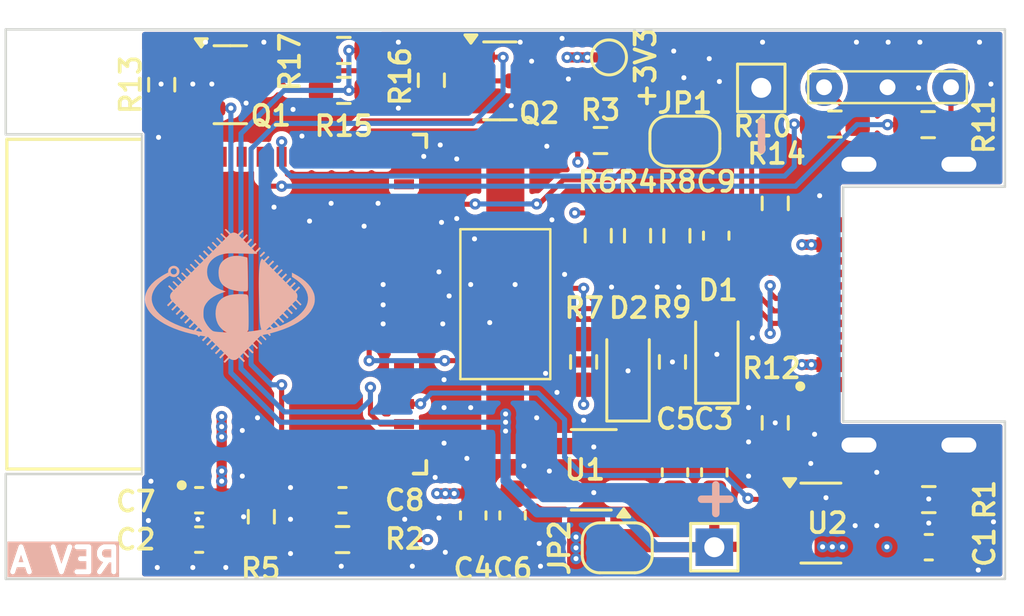
<source format=kicad_pcb>
(kicad_pcb (version 20241229) (generator "pcbnew") (generator_version "9.0")
  (layers (0 "F.Cu" signal) (4 "In1.Cu" signal "GND.Cu") (6 "In2.Cu" signal "3V3.Cu") (2 "B.Cu" signal) (13 "F.Paste" user) (15 "B.Paste" user) (5 "F.SilkS" user "F.Silkscreen") (7 "B.SilkS" user "B.Silkscreen") (1 "F.Mask" user) (3 "B.Mask" user) (25 "Edge.Cuts" user))
  (net 0 "")
  (net 1 "GND")
  (net 2 "VUSB")
  (net 3 "+3V3")
  (net 4 "VBAT")
  (net 5 "Net-(MOD1-EN)")
  (net 6 "SW_CTRL")
  (net 7 "PWR_EN")
  (net 8 "Net-(D2-A)")
  (net 9 "Net-(D3-A-Pad3)")
  (net 10 "Net-(D3-A-Pad1)")
  (net 11 "USB_DP")
  (net 12 "USB_DN")
  (net 13 "Net-(J1-CC1)")
  (net 14 "Net-(J1-CC2)")
  (net 17 "GPIO9")
  (net 18 "GPIO8")
  (net 19 "GPIO2")
  (net 20 "VMON")
  (net 22 "VMON_EN")
  (net 23 "STAT")
  (net 24 "LED_GREEN")
  (net 26 "LED_RED")
  (net 27 "LATCH")
  (net 29 "Net-(Q1-G)")
  (net 30 "Net-(Q1-D)")
  (net 31 "Net-(U2-PROG)")
  (net 32 "Net-(R4-Pad1)")
  (footprint "Capacitor_SMD:C_0603_1608Metric_Pad1.08x0.95mm_HandSolder" (layer "F.Cu") (at -19.7104 -2.54 90)
    (property "Reference" "C6")
    (property "Value" "100nF")
  )
  (footprint "ssb-opto:TH GENERIC LED 3MM DUAL (RED 3D)" (layer "F.Cu") (at -4.699 -19.685)
    (property "Reference" "D3" (hide yes))
    (property "Value" "GREEN/RED")
  )
  (footprint "Jumper:SolderJumper-2_P1.3mm_Open_RoundedPad1.0x1.5mm" (layer "F.Cu") (at -12.812 -17.526 180)
    (property "Reference" "JP1")
    (property "Value" "Jumper_2_Open")
  )
  (footprint "ssb-mechanical-switch:SMD GENERIC 2-PIN 3.6x6x2.5" (layer "F.Cu") (at -20 -11 -90)
    (property "Reference" "SW1" (hide yes))
    (property "Value" "CLEAR" (hide yes))
  )
  (footprint "Package_TO_SOT_SMD:SOT-23" (layer "F.Cu") (at -31.0111 -19.7866)
    (property "Reference" "Q1")
    (property "Value" "IRLML6402")
  )
  (footprint "Capacitor_SMD:C_0603_1608Metric_Pad1.08x0.95mm_HandSolder" (layer "F.Cu") (at -32.258 -1.5748 180)
    (property "Reference" "C2")
    (property "Value" "10uF")
  )
  (footprint "Capacitor_SMD:C_0603_1608Metric_Pad1.08x0.95mm_HandSolder" (layer "F.Cu") (at -11.6332 -4.2672 90)
    (property "Reference" "C3")
    (property "Value" "10uF")
  )
  (footprint "ssb-module-wireless:SMD ESP32-C3-MINI-1-N4" (layer "F.Cu") (at -31.656 -11 90)
    (property "Reference" "MOD1" (hide yes))
    (property "Value" "ESP32-C3-MINI-1-N4" (hide yes))
  )
  (footprint "Resistor_SMD:R_0603_1608Metric_Pad0.98x0.95mm_HandSolder" (layer "F.Cu") (at -14.7066 -13.7414 -90)
    (property "Reference" "R4")
    (property "Value" "1K")
  )
  (footprint "Diode_SMD:D_SOD-323_HandSoldering" (layer "F.Cu") (at -11.5316 -9.0424 90)
    (property "Reference" "D1")
    (property "Value" "1N4148")
  )
  (footprint "Resistor_SMD:R_0603_1608Metric_Pad0.98x0.95mm_HandSolder" (layer "F.Cu") (at -26.4668 -19.558 180)
    (property "Reference" "R15")
    (property "Value" "100K")
  )
  (footprint "Jumper:SolderJumper-2_P1.3mm_Open_RoundedPad1.0x1.5mm" (layer "F.Cu") (at -15.5194 -1.2446)
    (property "Reference" "JP2")
    (property "Value" "Jumper_2_Open")
  )
  (footprint "TestPoint:TestPoint_THTPad_1.5x1.5mm_Drill0.7mm" (layer "F.Cu") (at -9.7536 -19.6596)
    (property "Reference" "TP2" (hide yes))
    (property "Value" "GND")
  )
  (footprint "Resistor_SMD:R_0603_1608Metric_Pad0.98x0.95mm_HandSolder" (layer "F.Cu") (at -9.1948 -15.0349 90)
    (property "Reference" "R14")
    (property "Value" "5K1")
  )
  (footprint "Resistor_SMD:R_0603_1608Metric_Pad0.98x0.95mm_HandSolder" (layer "F.Cu") (at -26.5176 -1.5748)
    (property "Reference" "R2")
    (property "Value" "22K")
  )
  (footprint "Capacitor_SMD:C_0603_1608Metric_Pad1.08x0.95mm_HandSolder" (layer "F.Cu") (at -26.5187 -3.1496 180)
    (property "Reference" "C8")
    (property "Value" "1uF")
  )
  (footprint "Resistor_SMD:R_0603_1608Metric_Pad0.98x0.95mm_HandSolder" (layer "F.Cu") (at -16.8656 -8.6868 -90)
    (property "Reference" "R7")
    (property "Value" "1K")
  )
  (footprint "Resistor_SMD:R_0603_1608Metric_Pad0.98x0.95mm_HandSolder" (layer "F.Cu") (at -22.9616 -19.9644 90)
    (property "Reference" "R16")
    (property "Value" "100K")
  )
  (footprint "Resistor_SMD:R_0603_1608Metric_Pad0.98x0.95mm_HandSolder" (layer "F.Cu") (at -29.7688 -2.4892 90)
    (property "Reference" "R5")
    (property "Value" "10K")
  )
  (footprint "Capacitor_SMD:C_0603_1608Metric_Pad1.08x0.95mm_HandSolder" (layer "F.Cu") (at -11.557 -13.7414 90)
    (property "Reference" "C9")
    (property "Value" "1uF")
  )
  (footprint "Capacitor_SMD:C_0603_1608Metric_Pad1.08x0.95mm_HandSolder" (layer "F.Cu") (at -3.048 -1.27)
    (property "Reference" "C1")
    (property "Value" "4,7uF")
  )
  (footprint "Package_TO_SOT_SMD:SOT-23-5_HandSoldering" (layer "F.Cu") (at -16.4592 -4.3688 180)
    (property "Reference" "U1")
    (property "Value" "TLV75733PDBVR")
  )
  (footprint "Resistor_SMD:R_0603_1608Metric_Pad0.98x0.95mm_HandSolder" (layer "F.Cu") (at -26.4668 -21.1582)
    (property "Reference" "R17")
    (property "Value" "100K")
  )
  (footprint "Package_SO:TSOP-5_1.65x3.05mm_P0.95mm" (layer "F.Cu") (at -7.366 -2.2352)
    (property "Reference" "U2")
    (property "Value" "MCP73831T-2ACI/OT")
  )
  (footprint "Capacitor_SMD:C_0603_1608Metric_Pad1.08x0.95mm_HandSolder" (layer "F.Cu") (at -21.2852 -2.54 -90)
    (property "Reference" "C4")
    (property "Value" "10uF")
  )
  (footprint "Resistor_SMD:R_0603_1608Metric_Pad0.98x0.95mm_HandSolder" (layer "F.Cu") (at -6.8072 -18.2118)
    (property "Reference" "R10")
    (property "Value" "3K3")
  )
  (footprint "Capacitor_SMD:C_0603_1608Metric_Pad1.08x0.95mm_HandSolder" (layer "F.Cu") (at -13.208 -4.2672 -90)
    (property "Reference" "C5")
    (property "Value" "100nF")
  )
  (footprint "Resistor_SMD:R_0603_1608Metric_Pad0.98x0.95mm_HandSolder" (layer "F.Cu") (at -33.7566 -19.7866 -90)
    (property "Reference" "R13")
    (property "Value" "100K")
  )
  (footprint "Resistor_SMD:R_0603_1608Metric_Pad0.98x0.95mm_HandSolder" (layer "F.Cu") (at -13.3096 -8.6868 90)
    (property "Reference" "R9")
    (property "Value" "1M")
  )
  (footprint "Resistor_SMD:R_0603_1608Metric_Pad0.98x0.95mm_HandSolder" (layer "F.Cu") (at -16.1902 -17.5514)
    (property "Reference" "R3")
    (property "Value" "10K")
  )
  (footprint "Resistor_SMD:R_0603_1608Metric_Pad0.98x0.95mm_HandSolder" (layer "F.Cu") (at -9.1948 -6.2484 90)
    (property "Reference" "R12")
    (property "Value" "5K1")
  )
  (footprint "TestPoint:TestPoint_Pad_D1.0mm" (layer "F.Cu") (at -15.8496 -20.8788)
    (property "Reference" "TP3" (hide yes))
    (property "Value" "TP-ROUND-SMD-2MM")
  )
  (footprint "Resistor_SMD:R_0603_1608Metric_Pad0.98x0.95mm_HandSolder" (layer "F.Cu") (at -16.2814 -13.7414 -90)
    (property "Reference" "R6")
    (property "Value" "10K")
  )
  (footprint "TestPoint:TestPoint_THTPad_1.5x1.5mm_Drill0.7mm" (layer "F.Cu") (at -11.6332 -1.27)
    (property "Reference" "TP1" (hide yes))
    (property "Value" "VBAT")
  )
  (footprint "Capacitor_SMD:C_0603_1608Metric_Pad1.08x0.95mm_HandSolder" (layer "F.Cu") (at -32.258 -3.1496 180)
    (property "Reference" "C7")
    (property "Value" "100nF")
  )
  (footprint "Diode_SMD:D_SOD-323_HandSoldering" (layer "F.Cu") (at -15.0876 -8.3312 90)
    (property "Reference" "D2")
    (property "Value" "1N4148")
  )
  (footprint "Package_TO_SOT_SMD:SOT-23" (layer "F.Cu") (at -20.2161 -19.939)
    (property "Reference" "Q2")
    (property "Value" "IRLML0030")
  )
  (footprint "Resistor_SMD:R_0603_1608Metric_Pad0.98x0.95mm_HandSolder" (layer "F.Cu") (at -3.0734 -18.1864 180)
    (property "Reference" "R11")
    (property "Value" "3K3")
  )
  (footprint "Resistor_SMD:R_0603_1608Metric_Pad0.98x0.95mm_HandSolder" (layer "F.Cu") (at -3.048 -3.175 180)
    (property "Reference" "R1")
    (property "Value" "47K")
  )
  (footprint "Resistor_SMD:R_0603_1608Metric_Pad0.98x0.95mm_HandSolder" (layer "F.Cu") (at -13.1318 -13.7395 90)
    (property "Reference" "R8")
    (property "Value" "10K")
  )
  (footprint "ssb-mechanical-connector:SMD USB4520-03-1-A" (layer "F.Cu") (at -3.302 -11 90)
    (property "Reference" "J1" (hide yes))
    (property "Value" "USB4520-03-1-A" (hide yes))
  )
  (footprint "LOGO" (layer "B.Cu") (at -31.242 -11.176 180)
    (property "Reference" "G***" (hide yes))
    (property "Value" "LOGO" (hide yes))
  )
  (gr_line (start -23.1648 -17.79) (end -23.1648 -17.282) (stroke (width 0.15)) (layer "F.SilkS"))
  (gr_line (start -23.1648 -4.2164) (end -23.6728 -4.2164) (stroke (width 0.15)) (layer "F.SilkS"))
  (gr_line (start -23.1648 -4.2164) (end -23.1648 -4.7244) (stroke (width 0.15)) (layer "F.SilkS"))
  (gr_line (start -23.1648 -17.79) (end -23.6728 -17.79) (stroke (width 0.15)) (layer "F.SilkS"))
  (gr_line (start 0 0) (end 0 -6.3) (stroke (width 0.1)) (layer "Edge.Cuts"))
  (gr_line (start 0 -6.3) (end -6.477 -6.3) (stroke (width 0.1)) (layer "Edge.Cuts"))
  (gr_line (start -6.477 -15.7) (end -6.477 -6.3) (stroke (width 0.1)) (layer "Edge.Cuts"))
  (gr_line (start 0 -22) (end 0 -15.7) (stroke (width 0.1)) (layer "Edge.Cuts"))
  (gr_line (start -40 -17.8) (end -40 -22) (stroke (width 0.1)) (layer "Edge.Cuts"))
  (gr_line (start 0 -22) (end -40 -22) (stroke (width 0.1)) (layer "Edge.Cuts"))
  (gr_line (start -40 -17.8) (end -34.544 -17.8) (stroke (width 0.1)) (layer "Edge.Cuts"))
  (gr_line (start -40 -4.2) (end -34.544 -4.2) (stroke (width 0.1)) (layer "Edge.Cuts"))
  (gr_line (start -40 0) (end -40 -4.2) (stroke (width 0.1)) (layer "Edge.Cuts"))
  (gr_line (start -34.544 -17.8) (end -34.544 -4.2) (stroke (width 0.1)) (layer "Edge.Cuts"))
  (gr_line (start 0 0) (end -40 0) (stroke (width 0.1)) (layer "Edge.Cuts"))
  (gr_line (start 0 -15.7) (end -6.477 -15.7) (stroke (width 0.1)) (layer "Edge.Cuts"))
  (gr_text "+3V3" (at -13.9192 -18.7452 90) (layer "F.SilkS") (effects (font (size 0.8 0.8) (thickness 0.15) (bold yes)) (justify left bottom)))
  (gr_text "REV A" (at -35.306 -0.1524 0) (layer "B.SilkS" knockout) (effects (font (size 1 1) (thickness 0.2) (bold yes)) (justify left bottom mirror)))
  (gr_text "+" (at -12.7 -3.9624 180) (layer "B.SilkS") (effects (font (size 1.5 1.5) (thickness 0.3) (bold yes)) (justify left bottom mirror)))
  (gr_text "-" (at -10.5156 -16.6116 270) (layer "B.SilkS") (effects (font (size 1.5 1.5) (thickness 0.3) (bold yes)) (justify left bottom mirror)))
  (via (at -25.654 -14.1224) (size 0.45) (drill 0.2) (layers "F.Cu" "B.Cu") (net 1))
  (via (at -29.9212 -6.4516) (size 0.45) (drill 0.2) (layers "F.Cu" "B.Cu") (net 1))
  (via (at -34.29 -2.3368) (size 0.45) (drill 0.2) (layers "F.Cu" "B.Cu") (net 1))
  (via (at -17.9324 -7.4676) (size 0.45) (drill 0.2) (layers "F.Cu" "B.Cu") (net 1))
  (via (at -5.9436 -21.4884) (size 0.45) (drill 0.2) (layers "F.Cu" "B.Cu") (net 1))
  (via (at -21.3868 -11.7856) (size 0.45) (drill 0.2) (layers "F.Cu" "B.Cu") (net 1))
  (via (at -13.2588 -21.1328) (size 0.45) (drill 0.2) (layers "F.Cu" "B.Cu") (net 1))
  (via (at -23.7236 -0.508) (size 0.45) (drill 0.2) (layers "F.Cu" "B.Cu") (net 1))
  (via (at -19.7612 -18.9484) (size 0.45) (drill 0.2) (layers "F.Cu" "B.Cu") (net 1))
  (via (at -3.4544 -19.6596) (size 0.45) (drill 0.2) (layers "F.Cu" "B.Cu") (net 1))
  (via (at -22.2504 -11.3284) (size 0.45) (drill 0.2) (layers "F.Cu" "B.Cu") (net 1))
  (via (at -22.6568 -2.4384) (size 0.45) (drill 0.2) (layers "F.Cu" "B.Cu") (net 1))
  (via (at -21.2344 -13.6144) (size 0.45) (drill 0.2) (layers "F.Cu" "B.Cu") (net 1))
  (via (at -18.1356 -14.3764) (size 0.45) (drill 0.2) (layers "F.Cu" "B.Cu") (net 1))
  (via (at -7.4168 -15.3416) (size 0.45) (drill 0.2) (layers "F.Cu" "B.Cu") (net 1))
  (via (at -30.3784 -19.05) (size 0.45) (drill 0.2) (layers "F.Cu" "B.Cu") (net 1))
  (via (at -20.6248 -10.2616) (size 0.45) (drill 0.2) (layers "F.Cu" "B.Cu") (net 1))
  (via (at -22.4536 -7.9756) (size 0.45) (drill 0.2) (layers "F.Cu" "B.Cu") (net 1))
  (via (at -28.6004 -2.3876) (size 0.45) (drill 0.2) (layers "F.Cu" "B.Cu") (net 1))
  (via (at -28.4988 -18.796) (size 0.45) (drill 0.2) (layers "F.Cu" "B.Cu") (net 1))
  (via (at -19.6088 -11.7856) (size 0.45) (drill 0.2) (layers "F.Cu" "B.Cu") (net 1))
  (via (at -24.892 -10.9728) (size 0.45) (drill 0.2) (layers "F.Cu" "B.Cu") (net 1))
  (via (at -31.75 -19.812) (size 0.45) (drill 0.2) (layers "F.Cu" "B.Cu") (net 1))
  (via (at -11.43 -19.9136) (size 0.45) (drill 0.2) (layers "F.Cu" "B.Cu") (net 1))
  (via (at -17.4752 -20.0152) (size 0.45) (drill 0.2) (layers "F.Cu" "B.Cu") (net 1))
  (via (at -18.3388 -17.3228) (size 0.45) (drill 0.2) (layers "F.Cu" "B.Cu") (net 1))
  (via (at -18.9484 -20.7264) (size 0.45) (drill 0.2) (layers "F.Cu" "B.Cu") (net 1))
  (via (at -15.748 -11.684) (size 0.45) (drill 0.2) (layers "F.Cu" "B.Cu") (net 1))
  (via (at -22.4028 -1.0668) (size 0.45) (drill 0.2) (layers "F.Cu" "B.Cu") (net 1))
  (via (at -27.8384 -14.3256) (size 0.45) (drill 0.2) (layers "F.Cu" "B.Cu") (net 1))
  (via (at -7.62 -5.7912) (size 0.45) (drill 0.2) (layers "F.Cu" "B.Cu") (net 1))
  (via (at -18.7452 -6.4516) (size 0.45) (drill 0.2) (layers "F.Cu" "B.Cu") (net 1))
  (via (at -21.5392 -4.826) (size 0.45) (drill 0.2) (layers "F.Cu" "B.Cu") (net 1))
  (via (at -33.9344 -0.4572) (size 0.45) (drill 0.2) (layers "F.Cu" "B.Cu") (net 1))
  (via (at -5.1308 -2.1336) (size 0.45) (drill 0.2) (layers "F.Cu" "B.Cu") (net 1))
  (via (at -30.5308 -4.1148) (size 0.45) (drill 0.2) (layers "F.Cu" "B.Cu") (net 1))
  (via (at -10.2616 -6.858) (size 0.45) (drill 0.2) (layers "F.Cu" "B.Cu") (net 1))
  (via (at -0.5588 -19.812) (size 0.45) (drill 0.2) (layers "F.Cu" "B.Cu") (net 1))
  (via (at -26.5684 -0.508) (size 0.45) (drill 0.2) (layers "F.Cu" "B.Cu") (net 1))
  (via (at -18.6436 -1.4224) (size 0.45) (drill 0.2) (layers "F.Cu" "B.Cu") (net 1))
  (via (at -24.2824 -18.8468) (size 0.45) (drill 0.2) (layers "F.Cu" "B.Cu") (net 1))
  (via (at -18.2372 -4.318) (size 0.45) (drill 0.2) (layers "F.Cu" "B.Cu") (net 1))
  (via (at -25.0952 -15.0368) (size 0.45) (drill 0.2) (layers "F.Cu" "B.Cu") (net 1))
  (via (at -3.4036 -21.4884) (size 0.45) (drill 0.2) (layers "F.Cu" "B.Cu") (net 1))
  (via (at -17.6276 -12.192) (size 0.45) (drill 0.2) (layers "F.Cu" "B.Cu") (net 1))
  (via (at -0.4572 -2.286) (size 0.45) (drill 0.2) (layers "F.Cu" "B.Cu") (net 1))
  (via (at -30.5308 -5.9436) (size 0.45) (drill 0.2) (layers "F.Cu" "B.Cu") (net 1))
  (via (at -16.4592 -5.2832) (size 0.45) (drill 0.2) (layers "F.Cu" "B.Cu") (net 1))
  (via (at -10.1092 -9.652) (size 0.45) (drill 0.2) (layers "F.Cu" "B.Cu") (net 1))
  (via (at -29.6672 -21.4884) (size 0.45) (drill 0.2) (layers "F.Cu" "B.Cu") (net 1))
  (via (at -10.2616 -5.4864) (size 0.45) (drill 0.2) (layers "F.Cu" "B.Cu") (net 1))
  (via (at -13.3096 -8.6868) (size 0.45) (drill 0.2) (layers "F.Cu" "B.Cu") (net 1))
  (via (at -33.782 -19.812) (size 0.45) (drill 0.2) (layers "F.Cu" "B.Cu") (net 1))
  (via (at -1.016 -21.4884) (size 0.45) (drill 0.2) (layers "F.Cu" "B.Cu") (net 1))
  (via (at -22.5552 -14.2748) (size 0.45) (drill 0.2) (layers "F.Cu" "B.Cu") (net 1))
  (via (at -1.0668 -0.3556) (size 0.45) (drill 0.2) (layers "F.Cu" "B.Cu") (net 1))
  (via (at -5.1308 -4.2672) (size 0.45) (drill 0.2) (layers "F.Cu" "B.Cu") (net 1))
  (via (at -26.9748 -15.0368) (size 0.45) (drill 0.2) (layers "F.Cu" "B.Cu") (net 1))
  (via (at -22.4536 -5.4356) (size 0.45) (drill 0.2) (layers "F.Cu" "B.Cu") (net 1))
  (via (at -34.1884 -3.9116) (size 0.45) (drill 0.2) (layers "F.Cu" "B.Cu") (net 1))
  (via (at -28.6004 -1.016) (size 0.45) (drill 0.2) (layers "F.Cu" "B.Cu") (net 1))
  (via (at -30.48 -2.4892) (size 0.45) (drill 0.2) (layers "F.Cu" "B.Cu") (net 1))
  (via (at -22.8092 -4.064) (size 0.45) (drill 0.2) (layers "F.Cu" "B.Cu") (net 1))
  (via (at -9.1948 -6.2484) (size 0.45) (drill 0.2) (layers "F.Cu" "B.Cu") (net 1))
  (via (at -22.5044 -10.2108) (size 0.45) (drill 0.2) (layers "F.Cu" "B.Cu") (net 1))
  (via (at -15.0876 -8.3312) (size 0.45) (drill 0.2) (layers "F.Cu" "B.Cu") (net 1))
  (via (at -4.6736 -21.4884) (size 0.45) (drill 0.2) (layers "F.Cu" "B.Cu") (net 1))
  (via (at -24.892 -10.2108) (size 0.45) (drill 0.2) (layers "F.Cu" "B.Cu") (net 1))
  (via (at -19.4056 -21.4884) (size 0.45) (drill 0.2) (layers "F.Cu" "B.Cu") (net 1))
  (via (at -17.7292 -21.6408) (size 0.45) (drill 0.2) (layers "F.Cu" "B.Cu") (net 1))
  (via (at -24.2824 -21.4884) (size 0.45) (drill 0.2) (layers "F.Cu" "B.Cu") (net 1))
  (via (at -3.048 -2.2352) (size 0.45) (drill 0.2) (layers "F.Cu" "B.Cu") (net 1))
  (via (at -28.1432 -17.7292) (size 0.45) (drill 0.2) (layers "F.Cu" "B.Cu") (net 1))
  (via (at -7.7724 -4.6228) (size 0.45) (drill 0.2) (layers "F.Cu" "B.Cu") (net 1))
  (via (at -22.606 -17.3736) (size 0.45) (drill 0.2) (layers "F.Cu" "B.Cu") (net 1))
  (via (at -3.048 -3.2004) (size 0.45) (drill 0.2) (layers "F.Cu" "B.Cu") (net 1))
  (via (at -13.9192 -11.684) (size 0.45) (drill 0.2) (layers "F.Cu" "B.Cu") (net 1))
  (via (at -18.5928 -0.508) (size 0.45) (drill 0.2) (layers "F.Cu" "B.Cu") (net 1))
  (via (at -29.2608 -14.8844) (size 0.45) (drill 0.2) (layers "F.Cu" "B.Cu") (net 1))
  (via (at -7.1628 -3.2512) (size 0.45) (drill 0.2) (layers "F.Cu" "B.Cu") (net 1))
  (via (at -5.9944 -2.1336) (size 0.45) (drill 0.2) (layers "F.Cu" "B.Cu") (net 1))
  (via (at -21.9456 -14.4272) (size 0.45) (drill 0.2) (layers "F.Cu" "B.Cu") (net 1))
  (via (at -18.3896 -8.2296) (size 0.45) (drill 0.2) (layers "F.Cu" "B.Cu") (net 1))
  (via (at -12.8524 -20.066) (size 0.45) (drill 0.2) (layers "F.Cu" "B.Cu") (net 1))
  (via (at -24.892 -11.7856) (size 0.45) (drill 0.2) (layers "F.Cu" "B.Cu") (net 1))
  (via (at -28.6004 -3.6576) (size 0.45) (drill 0.2) (layers "F.Cu" "B.Cu") (net 1))
  (via (at -24.0284 -2.3876) (size 0.45) (drill 0.2) (layers "F.Cu" "B.Cu") (net 1))
  (via (at -22.6568 -12.2936) (size 0.45) (drill 0.2) (layers "F.Cu" "B.Cu") (net 1))
  (via (at -11.8364 -20.828) (size 0.45) (drill 0.2) (layers "F.Cu" "B.Cu") (net 1))
  (via (at -21.9456 -16.8148) (size 0.45) (drill 0.2) (layers "F.Cu" "B.Cu") (net 1))
  (via (at -21.3868 -6.858) (size 0.45) (drill 0.2) (layers "F.Cu" "B.Cu") (net 1))
  (via (at -33.8836 -17.6784) (size 0.45) (drill 0.2) (layers "F.Cu" "B.Cu") (net 1))
  (via (at -11.5316 -8.9916) (size 0.45) (drill 0.2) (layers "F.Cu" "B.Cu") (net 1))
  (via (at -23.2664 -16.9164) (size 0.45) (drill 0.2) (layers "F.Cu" "B.Cu") (net 1))
  (via (at -16.8656 -6.35) (size 0.45) (drill 0.2) (layers "F.Cu" "B.Cu") (net 1))
  (via (at -10.2616 -4.1148) (size 0.45) (drill 0.2) (layers "F.Cu" "B.Cu") (net 1))
  (via (at -32.512 -0.4572) (size 0.45) (drill 0.2) (layers "F.Cu" "B.Cu") (net 1))
  (via (at -32.004 -21.4884) (size 0.45) (drill 0.2) (layers "F.Cu" "B.Cu") (net 1))
  (via (at -32.512 -19.812) (size 0.45) (drill 0.2) (layers "F.Cu" "B.Cu") (net 1))
  (via (at -32.3088 -2.3876) (size 0.45) (drill 0.2) (layers "F.Cu" "B.Cu") (net 1))
  (via (at -19.2532 -4.5212) (size 0.45) (drill 0.2) (layers "F.Cu" "B.Cu") (net 1))
  (via (at -16.4592 -3.4544) (size 0.45) (drill 0.2) (layers "F.Cu" "B.Cu") (net 1))
  (via (at -9.7028 -21.4884) (size 0.45) (drill 0.2) (layers "F.Cu" "B.Cu") (net 1))
  (via (at -13.0556 -11.684) (size 0.45) (drill 0.2) (layers "F.Cu" "B.Cu") (net 1))
  (via (at -22.4536 -6.858) (size 0.45) (drill 0.2) (layers "F.Cu" "B.Cu") (net 1))
  (via (at -31.1912 -0.4572) (size 0.45) (drill 0.2) (layers "F.Cu" "B.Cu") (net 1))
  (segment (start -7.747 -13.38) (end -8.128 -13.38) (width 0.4064) (layer "F.Cu") (net 2))
  (segment (start -6.992 -8.58) (end -7.747 -8.58) (width 0.4064) (layer "F.Cu") (net 2))
  (segment (start -3.9257 -1.2852) (end -3.9105 -1.27) (width 0.4064) (layer "F.Cu") (net 2))
  (segment (start -7.747 -8.58) (end -8.128 -8.58) (width 0.4064) (layer "F.Cu") (net 2))
  (segment (start -6.992 -13.38) (end -7.747 -13.38) (width 0.4064) (layer "F.Cu") (net 2))
  (segment (start -4.7244 -1.2852) (end -3.9257 -1.2852) (width 0.4064) (layer "F.Cu") (net 2))
  (via (at -8.128 -13.38) (size 0.45) (drill 0.2) (layers "F.Cu" "B.Cu") (net 2))
  (via (at -6.5024 -1.2852) (size 0.45) (drill 0.2) (layers "F.Cu" "B.Cu") (net 2))
  (via (at -7.747 -13.38) (size 0.45) (drill 0.2) (layers "F.Cu" "B.Cu") (net 2))
  (via (at -8.128 -8.58) (size 0.45) (drill 0.2) (layers "F.Cu" "B.Cu") (net 2))
  (via (at -7.747 -8.58) (size 0.45) (drill 0.2) (layers "F.Cu" "B.Cu") (net 2))
  (via (at -17.1704 -0.8128) (size 0.45) (drill 0.2) (layers "F.Cu" "B.Cu") (net 2))
  (via (at -17.1704 -1.6764) (size 0.45) (drill 0.2) (layers "F.Cu" "B.Cu") (net 2))
  (via (at -4.7244 -1.2852) (size 0.45) (drill 0.2) (layers "F.Cu" "B.Cu") (net 2))
  (via (at -7.3 -1.2852) (size 0.45) (drill 0.2) (layers "F.Cu" "B.Cu") (net 2))
  (via (at -17.1704 -1.2446) (size 0.45) (drill 0.2) (layers "F.Cu" "B.Cu") (net 2))
  (via (at -6.9088 -1.2852) (size 0.45) (drill 0.2) (layers "F.Cu" "B.Cu") (net 2))
  (segment (start -20.5232 -3.4188) (end -21.2689 -3.4188) (width 0.4064) (layer "F.Cu") (net 3))
  (segment (start -31.356 -6.096) (end -31.356 -6.5024) (width 0.4064) (layer "F.Cu") (net 3))
  (segment (start -25.6051 -1.5748) (end -23.114 -1.5748) (width 0.2032) (layer "F.Cu") (net 3))
  (segment (start -16.7132 -20.8788) (end -17.1196 -20.8788) (width 0.4064) (layer "F.Cu") (net 3))
  (segment (start -17.1196 -20.8788) (end -17.526 -20.8788) (width 0.4064) (layer "F.Cu") (net 3))
  (segment (start -20.5232 -3.4188) (end -22.0472 -3.4188) (width 0.4064) (layer "F.Cu") (net 3))
  (segment (start -29.7688 -1.5767) (end -31.3936 -1.5767) (width 0.2032) (layer "F.Cu") (net 3))
  (segment (start -22.0472 -3.4188) (end -22.4028 -3.4188) (width 0.4064) (layer "F.Cu") (net 3))
  (segment (start -31.356 -3.9116) (end -31.356 -1.6143) (width 0.4064) (layer "F.Cu") (net 3))
  (segment (start -17.8092 -3.4188) (end -20.5232 -3.4188) (width 0.4064) (layer "F.Cu") (net 3))
  (segment (start -31.356 -4.318) (end -31.356 -3.9116) (width 0.4064) (layer "F.Cu") (net 3))
  (segment (start -31.3936 -1.5767) (end -31.3955 -1.5748) (width 0.4064) (layer "F.Cu") (net 3))
  (segment (start -15.8496 -20.8788) (end -16.7132 -20.8788) (width 0.4064) (layer "F.Cu") (net 3))
  (segment (start -17.1027 -17.5514) (end -17.1027 -16.6963) (width 0.2032) (layer "F.Cu") (net 3))
  (segment (start -31.356 -5.6896) (end -31.356 -6.096) (width 0.4064) (layer "F.Cu") (net 3))
  (segment (start -16.2814 -14.6539) (end -17.2193 -14.6539) (width 0.2032) (layer "F.Cu") (net 3))
  (segment (start -17.1027 -16.6963) (end -17.0942 -16.6878) (width 0.2032) (layer "F.Cu") (net 3))
  (segment (start -29.7707 -1.5748) (end -29.7688 -1.5767) (width 0.4064) (layer "F.Cu") (net 3))
  (segment (start -31.356 -1.6143) (end -31.3955 -1.5748) (width 0.4064) (layer "F.Cu") (net 3))
  (segment (start -31.356 -5.1) (end -31.356 -4.318) (width 0.4064) (layer "F.Cu") (net 3))
  (segment (start -21.2689 -3.4188) (end -21.2852 -3.4025) (width 0.4064) (layer "F.Cu") (net 3))
  (segment (start -31.356 -5.1) (end -31.356 -5.6896) (width 0.4064) (layer "F.Cu") (net 3))
  (segment (start -22.4028 -3.4188) (end -22.7432 -3.4188) (width 0.4064) (layer "F.Cu") (net 3))
  (via (at -17.0942 -16.6878) (size 0.45) (drill 0.2) (layers "F.Cu" "B.Cu") (net 3))
  (via (at -16.7132 -20.8788) (size 0.45) (drill 0.2) (layers "F.Cu" "B.Cu") (net 3))
  (via (at -22.0472 -3.4188) (size 0.45) (drill 0.2) (layers "F.Cu" "B.Cu") (net 3))
  (via (at -17.1196 -20.8788) (size 0.45) (drill 0.2) (layers "F.Cu" "B.Cu") (net 3))
  (via (at -31.356 -6.096) (size 0.45) (drill 0.2) (layers "F.Cu" "B.Cu") (net 3))
  (via (at -17.526 -20.8788) (size 0.45) (drill 0.2) (layers "F.Cu" "B.Cu") (net 3))
  (via (at -22.4028 -3.4188) (size 0.45) (drill 0.2) (layers "F.Cu" "B.Cu") (net 3))
  (via (at -31.356 -4.318) (size 0.45) (drill 0.2) (layers "F.Cu" "B.Cu") (net 3))
  (via (at -17.2193 -14.6539) (size 0.45) (drill 0.2) (layers "F.Cu" "B.Cu") (net 3))
  (via (at -31.356 -3.9116) (size 0.45) (drill 0.2) (layers "F.Cu" "B.Cu") (net 3))
  (via (at -31.356 -6.5024) (size 0.45) (drill 0.2) (layers "F.Cu" "B.Cu") (net 3))
  (via (at -31.356 -5.6896) (size 0.45) (drill 0.2) (layers "F.Cu" "B.Cu") (net 3))
  (via (at -22.7432 -3.4188) (size 0.45) (drill 0.2) (layers "F.Cu" "B.Cu") (net 3))
  (via (at -23.114 -1.5748) (size 0.45) (drill 0.2) (layers "F.Cu" "B.Cu") (net 3))
  (segment (start -11.6332 -3.4047) (end -11.6332 -1.27) (width 0.4064) (layer "F.Cu") (net 4))
  (segment (start -11.6332 -1.27) (end -14.844 -1.27) (width 0.4064) (layer "F.Cu") (net 4))
  (segment (start -9.116 -1.2852) (end -11.618 -1.2852) (width 0.4064) (layer "F.Cu") (net 4))
  (segment (start -30.9982 -18.8366) (end -30.988 -18.8468) (width 0.2032) (layer "F.Cu") (net 4))
  (segment (start -31.9486 -18.8366) (end -33.7191 -18.8366) (width 0.2032) (layer "F.Cu") (net 4))
  (segment (start -33.7191 -18.8366) (end -33.7566 -18.8741) (width 0.2032) (layer "F.Cu") (net 4))
  (segment (start -11.6473 -3.4188) (end -11.6332 -3.4047) (width 0.4064) (layer "F.Cu") (net 4))
  (segment (start -31.9486 -18.8366) (end -30.9982 -18.8366) (width 0.2032) (layer "F.Cu") (net 4))
  (segment (start -11.618 -1.2852) (end -11.6332 -1.27) (width 0.4064) (layer "F.Cu") (net 4))
  (segment (start -15.1092 -3.4188) (end -11.6473 -3.4188) (width 0.4064) (layer "F.Cu") (net 4))
  (segment (start -14.844 -1.27) (end -14.8694 -1.2446) (width 0.4064) (layer "F.Cu") (net 4))
  (via (at -19.9898 -6.604) (size 0.45) (drill 0.2) (layers "F.Cu" "B.Cu") (net 4))
  (via (at -30.988 -18.8468) (size 0.45) (drill 0.2) (layers "F.Cu" "B.Cu") (net 4))
  (via (at -19.9898 -5.9182) (size 0.45) (drill 0.2) (layers "F.Cu" "B.Cu") (net 4))
  (via (at -19.9898 -6.2738) (size 0.45) (drill 0.2) (layers "F.Cu" "B.Cu") (net 4))
  (segment (start -30.988 -18.8468) (end -30.988 -8.255) (width 0.2032) (layer "B.Cu") (net 4))
  (segment (start -19.9898 -5.9182) (end -19.9898 -6.2738) (width 0.4064) (layer "B.Cu") (net 4))
  (segment (start -18.7198 -2.667) (end -19.9898 -3.937) (width 0.4064) (layer "B.Cu") (net 4))
  (segment (start -29.0068 -6.2738) (end -19.9898 -6.2738) (width 0.2032) (layer "B.Cu") (net 4))
  (segment (start -11.6332 -1.27) (end -13.97 -1.27) (width 0.4064) (layer "B.Cu") (net 4))
  (segment (start -15.367 -2.667) (end -18.7198 -2.667) (width 0.4064) (layer "B.Cu") (net 4))
  (segment (start -13.97 -1.27) (end -15.367 -2.667) (width 0.4064) (layer "B.Cu") (net 4))
  (segment (start -19.9898 -6.2738) (end -19.9898 -6.604) (width 0.4064) (layer "B.Cu") (net 4))
  (segment (start -30.988 -8.255) (end -29.0068 -6.2738) (width 0.2032) (layer "B.Cu") (net 4))
  (segment (start -19.9898 -3.937) (end -19.9898 -5.9182) (width 0.4064) (layer "B.Cu") (net 4))
  (segment (start -27.4301 -1.5748) (end -27.4301 -3.1007) (width 0.2032) (layer "F.Cu") (net 5))
  (segment (start -27.4301 -3.1007) (end -27.3812 -3.1496) (width 0.2032) (layer "F.Cu") (net 5))
  (segment (start -27.356 -3.1748) (end -27.3812 -3.1496) (width 0.2032) (layer "F.Cu") (net 5))
  (segment (start -27.356 -5.1) (end -27.356 -3.1748) (width 0.2032) (layer "F.Cu") (net 5))
  (segment (start -15.1638 -10.8204) (end -17.653 -10.8204) (width 0.2032) (layer "F.Cu") (net 6))
  (segment (start -24.056 -13.4) (end -24.8524 -13.4) (width 0.2032) (layer "F.Cu") (net 6))
  (segment (start -11.557 -12.8789) (end -13.0799 -12.8789) (width 0.2032) (layer "F.Cu") (net 6))
  (segment (start -25.4508 -12.8016) (end -25.4508 -8.7376) (width 0.2032) (layer "F.Cu") (net 6))
  (segment (start -15.0876 -10.8966) (end -15.1638 -10.8204) (width 0.2032) (layer "F.Cu") (net 6))
  (segment (start -13.0799 -12.8789) (end -13.1318 -12.827) (width 0.2032) (layer "F.Cu") (net 6))
  (segment (start -14.7066 -12.8289) (end -14.7066 -11.2776) (width 0.2032) (layer "F.Cu") (net 6))
  (segment (start -14.7047 -12.827) (end -14.7066 -12.8289) (width 0.2032) (layer "F.Cu") (net 6))
  (segment (start -14.7066 -11.2776) (end -15.0876 -10.8966) (width 0.2032) (layer "F.Cu") (net 6))
  (segment (start -18.2372 -10.2362) (end -18.2372 -9.5504) (width 0.2032) (layer "F.Cu") (net 6))
  (segment (start -25.2476 -13.0048) (end -25.4508 -12.8016) (width 0.2032) (layer "F.Cu") (net 6))
  (segment (start -19.05 -8.7376) (end -22.4282 -8.7376) (width 0.2032) (layer "F.Cu") (net 6))
  (segment (start -11.5316 -12.3444) (end -11.5316 -10.2924) (width 0.2032) (layer "F.Cu") (net 6))
  (segment (start -18.2372 -9.5504) (end -19.05 -8.7376) (width 0.2032) (layer "F.Cu") (net 6))
  (segment (start -17.653 -10.8204) (end -18.2372 -10.2362) (width 0.2032) (layer "F.Cu") (net 6))
  (segment (start -24.8524 -13.4) (end -25.2476 -13.0048) (width 0.2032) (layer "F.Cu") (net 6))
  (segment (start -13.1318 -12.827) (end -14.7047 -12.827) (width 0.2032) (layer "F.Cu") (net 6))
  (via (at -25.4508 -8.7376) (size 0.45) (drill 0.2) (layers "F.Cu" "B.Cu") (net 6))
  (via (at -22.4282 -8.7376) (size 0.45) (drill 0.2) (layers "F.Cu" "B.Cu") (net 6))
  (segment (start -22.4282 -8.7376) (end -25.4508 -8.7376) (width 0.2032) (layer "B.Cu") (net 6))
  (segment (start -11.5497 -7.7743) (end -11.5316 -7.7924) (width 0.2032) (layer "F.Cu") (net 7))
  (segment (start -15.1092 -5.3188) (end -15.1092 -7.0596) (width 0.2032) (layer "F.Cu") (net 7))
  (segment (start -13.3096 -7.7743) (end -14.3945 -7.7743) (width 0.2032) (layer "F.Cu") (net 7))
  (segment (start -14.3945 -7.7743) (end -15.0876 -7.0812) (width 0.2032) (layer "F.Cu") (net 7))
  (segment (start -15.1092 -7.0596) (end -15.0876 -7.0812) (width 0.2032) (layer "F.Cu") (net 7))
  (segment (start -13.3096 -7.7743) (end -11.5497 -7.7743) (width 0.2032) (layer "F.Cu") (net 7))
  (segment (start -15.1057 -9.5993) (end -15.0876 -9.5812) (width 0.2032) (layer "F.Cu") (net 8))
  (segment (start -16.8656 -9.5993) (end -15.1057 -9.5993) (width 0.2032) (layer "F.Cu") (net 8))
  (segment (start -2.159 -18.1883) (end -2.1609 -18.1864) (width 0.2032) (layer "F.Cu") (net 9))
  (segment (start -2.159 -19.685) (end -2.159 -18.1883) (width 0.2032) (layer "F.Cu") (net 9))
  (segment (start -5.8947 -18.3407) (end -7.239 -19.685) (width 0.2032) (layer "F.Cu") (net 10))
  (segment (start -5.8947 -18.2118) (end -5.8947 -18.3407) (width 0.2032) (layer "F.Cu") (net 10))
  (segment (start -26.556 -16.9) (end -26.556 -17.5032) (width 0.2032) (layer "F.Cu") (net 11))
  (segment (start -26.556 -17.5032) (end -25.7226 -18.3366) (width 0.2032) (layer "F.Cu") (net 11))
  (segment (start -9.243402 -10.73) (end -6.992 -10.73) (width 0.2) (layer "F.Cu") (net 11))
  (segment (start -10.1382 -11.624798) (end -9.243402 -10.73) (width 0.2) (layer "F.Cu") (net 11))
  (segment (start -17.947426 -19.4832) (end -12.0156 -19.4832) (width 0.2032) (layer "F.Cu") (net 11))
  (segment (start -10.1382 -12.954) (end -10.1382 -11.624798) (width 0.2) (layer "F.Cu") (net 11))
  (segment (start -8.4328 -12.2428) (end -9.427 -12.2428) (width 0.2032) (layer "F.Cu") (net 11))
  (segment (start -25.7226 -18.3366) (end -19.094026 -18.3366) (width 0.2032) (layer "F.Cu") (net 11))
  (segment (start -9.427 -12.2428) (end -10.1382 -12.954) (width 0.2032) (layer "F.Cu") (net 11))
  (segment (start -11.864436 -19.4816) (end -10.186069 -17.803233) (width 0.2032) (layer "F.Cu") (net 11))
  (segment (start -19.094026 -18.3366) (end -17.947426 -19.4832) (width 0.2032) (layer "F.Cu") (net 11))
  (segment (start -12.014 -19.4816) (end -11.864436 -19.4816) (width 0.2032) (layer "F.Cu") (net 11))
  (segment (start -7.92 -11.73) (end -8.4328 -12.2428) (width 0.2032) (layer "F.Cu") (net 11))
  (segment (start -6.992 -11.73) (end -7.92 -11.73) (width 0.2032) (layer "F.Cu") (net 11))
  (segment (start -12.0156 -19.4832) (end -12.014 -19.4816) (width 0.2032) (layer "F.Cu") (net 11))
  (segment (start -10.1382 -12.954) (end -10.1382 -17.753102) (width 0.2) (layer "F.Cu") (net 11))
  (segment (start -9.398 -11.45396) (end -9.398 -11.7412) (width 0.2032) (layer "F.Cu") (net 12))
  (segment (start -18.9266 -17.9324) (end -17.78 -19.079) (width 0.2032) (layer "F.Cu") (net 12))
  (segment (start -9.398 -9.8298) (end -9.379798 -9.848002) (width 0.2032) (layer "F.Cu") (net 12))
  (segment (start -6.992 -10.23) (end -9.312764 -10.23) (width 0.2032) (layer "F.Cu") (net 12))
  (segment (start -10.5882 -17.636002) (end -10.5392 -17.587002) (width 0.2) (layer "F.Cu") (net 12))
  (segment (start -10.5408 -13.120762) (end -10.5408 -12.787238) (width 0.2) (layer "F.Cu") (net 12))
  (segment (start -10.8231 -17.870902) (end -10.5882 -17.636002) (width 0.2) (layer "F.Cu") (net 12))
  (segment (start -9.17404 -11.23) (end -9.398 -11.45396) (width 0.2032) (layer "F.Cu") (net 12))
  (segment (start -12.031198 -19.079) (end -10.8231 -17.870902) (width 0.2) (layer "F.Cu") (net 12))
  (segment (start -10.5408 -12.787238) (end -10.5392 -12.785638) (width 0.2) (layer "F.Cu") (net 12))
  (segment (start -6.992 -11.23) (end -9.17404 -11.23) (width 0.2032) (layer "F.Cu") (net 12))
  (segment (start -25.756 -16.9) (end -25.756 -17.551) (width 0.2032) (layer "F.Cu") (net 12))
  (segment (start -25.3746 -17.9324) (end -18.9266 -17.9324) (width 0.2032) (layer "F.Cu") (net 12))
  (segment (start -10.5392 -13.122362) (end -10.5408 -13.120762) (width 0.2) (layer "F.Cu") (net 12))
  (segment (start -10.5392 -17.0079) (end -10.5392 -13.122362) (width 0.2) (layer "F.Cu") (net 12))
  (segment (start -17.78 -19.079) (end -12.180762 -19.079) (width 0.2) (layer "F.Cu") (net 12))
  (segment (start -10.5392 -12.785638) (end -10.5392 -11.458698) (width 0.2) (layer "F.Cu") (net 12))
  (segment (start -10.5392 -11.458698) (end -9.379798 -10.299296) (width 0.2) (layer "F.Cu") (net 12))
  (segment (start -25.756 -17.551) (end -25.3746 -17.9324) (width 0.2032) (layer "F.Cu") (net 12))
  (segment (start -9.379798 -9.848002) (end -9.379798 -10.299296) (width 0.2032) (layer "F.Cu") (net 12))
  (segment (start -10.5392 -17.587002) (end -10.5392 -16.5862) (width 0.2) (layer "F.Cu") (net 12))
  (segment (start -12.180762 -19.079) (end -12.031198 -19.079) (width 0.2) (layer "F.Cu") (net 12))
  (via (at -9.398 -9.8298) (size 0.45) (drill 0.2) (layers "F.Cu" "B.Cu") (net 12))
  (via (at -9.398 -11.7412) (size 0.45) (drill 0.2) (layers "F.Cu" "B.Cu") (net 12))
  (segment (start -9.398 -11.7412) (end -9.398 -9.8298) (width 0.2032) (layer "B.Cu") (net 12))
  (segment (start -8.3548 -9.73) (end -9.1948 -8.89) (width 0.2032) (layer "F.Cu") (net 13))
  (segment (start -9.1948 -8.89) (end -9.1948 -7.1609) (width 0.2032) (layer "F.Cu") (net 13))
  (segment (start -6.992 -9.73) (end -8.3548 -9.73) (width 0.2032) (layer "F.Cu") (net 13))
  (segment (start -8.5644 -12.73) (end -9.1948 -13.3604) (width 0.2032) (layer "F.Cu") (net 14))
  (segment (start -9.1948 -13.3604) (end -9.1948 -14.1224) (width 0.2032) (layer "F.Cu") (net 14))
  (segment (start -6.992 -12.73) (end -8.5644 -12.73) (width 0.2032) (layer "F.Cu") (net 14))
  (segment (start -24.056 -15) (end -21.2204 -15) (width 0.2032) (layer "F.Cu") (net 17))
  (segment (start -13.477 -17.3736) (end -13.4516 -17.3482) (width 0.2032) (layer "F.Cu") (net 17))
  (segment (start -18.6436 -15.0114) (end -17.6784 -15.9766) (width 0.2032) (layer "F.Cu") (net 17))
  (segment (start -15.2673 -16.4065) (end -15.2673 -17.3736) (width 0.2032) (layer "F.Cu") (net 17))
  (segment (start -13.4874 -17.5514) (end -13.462 -17.526) (width 0.2032) (layer "F.Cu") (net 17))
  (segment (start -15.2777 -17.5514) (end -13.4874 -17.5514) (width 0.2032) (layer "F.Cu") (net 17))
  (segment (start -21.2204 -15) (end -21.209 -15.0114) (width 0.2032) (layer "F.Cu") (net 17))
  (segment (start -15.6972 -15.9766) (end -15.2673 -16.4065) (width 0.2032) (layer "F.Cu") (net 17))
  (segment (start -18.7452 -15.0114) (end -18.6436 -15.0114) (width 0.2032) (layer "F.Cu") (net 17))
  (segment (start -17.6784 -15.9766) (end -15.6972 -15.9766) (width 0.2032) (layer "F.Cu") (net 17))
  (via (at -21.209 -15.0114) (size 0.45) (drill 0.2) (layers "F.Cu" "B.Cu") (net 17))
  (via (at -18.7452 -15.0114) (size 0.45) (drill 0.2) (layers "F.Cu" "B.Cu") (net 17))
  (segment (start -21.209 -15.0114) (end -19.1516 -15.0114) (width 0.2032) (layer "B.Cu") (net 17))
  (segment (start -19.1516 -15.0114) (end -18.7452 -15.0114) (width 0.2032) (layer "B.Cu") (net 17))
  (segment (start -19.1516 -15.0114) (end -18.9992 -15.0114) (width 0.2032) (layer "B.Cu") (net 17))
  (segment (start -23.2932 -14.2) (end -21.9221 -12.8289) (width 0.2032) (layer "F.Cu") (net 18))
  (segment (start -21.9221 -12.8289) (end -16.2814 -12.8289) (width 0.2032) (layer "F.Cu") (net 18))
  (segment (start -24.056 -14.2) (end -23.2932 -14.2) (width 0.2032) (layer "F.Cu") (net 18))
  (segment (start -29.756 -3.4145) (end -29.7688 -3.4017) (width 0.2032) (layer "F.Cu") (net 19))
  (segment (start -29.756 -5.1) (end -29.756 -3.4145) (width 0.2032) (layer "F.Cu") (net 19))
  (segment (start -25.5543 -21.1582) (end -26.2636 -21.1582) (width 0.2032) (layer "F.Cu") (net 20))
  (segment (start -25.4 -6.604) (end -24.996 -6.2) (width 0.2032) (layer "F.Cu") (net 20))
  (segment (start -24.996 -6.2) (end -24.056 -6.2) (width 0.2032) (layer "F.Cu") (net 20))
  (segment (start -25.5543 -19.558) (end -26.2636 -19.558) (width 0.2032) (layer "F.Cu") (net 20))
  (segment (start -25.4 -7.6708) (end -25.4 -6.604) (width 0.2032) (layer "F.Cu") (net 20))
  (via (at -26.2636 -19.558) (size 0.45) (drill 0.2) (layers "F.Cu" "B.Cu") (net 20))
  (via (at -25.4 -7.6708) (size 0.45) (drill 0.2) (layers "F.Cu" "B.Cu") (net 20))
  (via (at -26.2636 -21.1582) (size 0.45) (drill 0.2) (layers "F.Cu" "B.Cu") (net 20))
  (segment (start -26.2636 -19.558) (end -28.8544 -19.558) (width 0.2032) (layer "B.Cu") (net 20))
  (segment (start -28.8544 -19.558) (end -30.5838 -17.8286) (width 0.2032) (layer "B.Cu") (net 20))
  (segment (start -30.5838 -8.422426) (end -28.847987 -6.686613) (width 0.2032) (layer "B.Cu") (net 20))
  (segment (start -30.5838 -17.8286) (end -30.5838 -16.2306) (width 0.2032) (layer "B.Cu") (net 20))
  (segment (start -26.2636 -21.1582) (end -26.2636 -19.558) (width 0.2032) (layer "B.Cu") (net 20))
  (segment (start -30.5838 -16.2306) (end -30.5838 -8.422426) (width 0.2032) (layer "B.Cu") (net 20))
  (segment (start -28.847987 -6.686613) (end -25.876187 -6.686613) (width 0.2032) (layer "B.Cu") (net 20))
  (segment (start -25.4 -7.1628) (end -25.4 -7.6708) (width 0.2032) (layer "B.Cu") (net 20))
  (segment (start -25.876187 -6.686613) (end -25.4 -7.1628) (width 0.2032) (layer "B.Cu") (net 20))
  (segment (start -20.1016 -20.889) (end -20.0914 -20.8788) (width 0.2032) (layer "F.Cu") (net 22))
  (segment (start -28.956 -5.1) (end -28.956 -7.7724) (width 0.2032) (layer "F.Cu") (net 22))
  (segment (start -22.9616 -20.8769) (end -21.1657 -20.8769) (width 0.2032) (layer "F.Cu") (net 22))
  (segment (start -21.1536 -20.889) (end -20.1016 -20.889) (width 0.2032) (layer "F.Cu") (net 22))
  (segment (start -21.1657 -20.8769) (end -21.1536 -20.889) (width 0.2032) (layer "F.Cu") (net 22))
  (via (at -20.0914 -20.8788) (size 0.45) (drill 0.2) (layers "F.Cu" "B.Cu") (net 22))
  (via (at -28.956 -7.7724) (size 0.45) (drill 0.2) (layers "F.Cu" "B.Cu") (net 22))
  (segment (start -20.0914 -20.8788) (end -20.0914 -19.4564) (width 0.2032) (layer "B.Cu") (net 22))
  (segment (start -29.362148 -7.7724) (end -28.956 -7.7724) (width 0.2032) (layer "B.Cu") (net 22))
  (segment (start -29.1592 -18.2372) (end -30.1796 -17.2168) (width 0.2032) (layer "B.Cu") (net 22))
  (segment (start -21.3106 -18.2372) (end -29.1592 -18.2372) (width 0.2032) (layer "B.Cu") (net 22))
  (segment (start -20.0914 -19.4564) (end -21.3106 -18.2372) (width 0.2032) (layer "B.Cu") (net 22))
  (segment (start -30.1796 -8.589852) (end -29.362148 -7.7724) (width 0.2032) (layer "B.Cu") (net 22))
  (segment (start -30.1796 -17.2168) (end -30.1796 -8.589852) (width 0.2032) (layer "B.Cu") (net 22))
  (segment (start -9.116 -3.1852) (end -10.2464 -3.1852) (width 0.2032) (layer "F.Cu") (net 23))
  (segment (start -10.2464 -3.1852) (end -10.287 -3.2258) (width 0.2032) (layer "F.Cu") (net 23))
  (segment (start -23.4038 -7) (end -23.3934 -7.0104) (width 0.2032) (layer "F.Cu") (net 23))
  (segment (start -24.056 -7) (end -23.4038 -7) (width 0.2032) (layer "F.Cu") (net 23))
  (via (at -23.3934 -7.0104) (size 0.45) (drill 0.2) (layers "F.Cu" "B.Cu") (net 23))
  (via (at -10.287 -3.2258) (size 0.45) (drill 0.2) (layers "F.Cu" "B.Cu") (net 23))
  (segment (start -23.3934 -7.0104) (end -22.9616 -7.4422) (width 0.2032) (layer "B.Cu") (net 23))
  (segment (start -17.6276 -6.3754) (end -17.6276 -4.8768) (width 0.2032) (layer "B.Cu") (net 23))
  (segment (start -16.891 -4.1402) (end -11.2014 -4.1402) (width 0.2032) (layer "B.Cu") (net 23))
  (segment (start -22.9616 -7.4422) (end -18.6944 -7.4422) (width 0.2032) (layer "B.Cu") (net 23))
  (segment (start -11.2014 -4.1402) (end -10.287 -3.2258) (width 0.2032) (layer "B.Cu") (net 23))
  (segment (start -17.6276 -4.8768) (end -16.891 -4.1402) (width 0.2032) (layer "B.Cu") (net 23))
  (segment (start -18.6944 -7.4422) (end -17.6276 -6.3754) (width 0.2032) (layer "B.Cu") (net 23))
  (segment (start -7.7197 -18.2118) (end -8.4328 -18.2118) (width 0.2032) (layer "F.Cu") (net 24))
  (segment (start -28.956 -17.5006) (end -28.956 -16.9) (width 0.2032) (layer "F.Cu") (net 24))
  (via (at -28.956 -17.5006) (size 0.45) (drill 0.2) (layers "F.Cu" "B.Cu") (net 24))
  (via (at -8.4328 -18.2118) (size 0.45) (drill 0.2) (layers "F.Cu" "B.Cu") (net 24))
  (segment (start -28.956 -17.5006) (end -28.956 -16.4846) (width 0.2032) (layer "B.Cu") (net 24))
  (segment (start -28.5982 -16.1268) (end -8.816 -16.1268) (width 0.2032) (layer "B.Cu") (net 24))
  (segment (start -8.4328 -16.51) (end -8.4328 -18.2118) (width 0.2032) (layer "B.Cu") (net 24))
  (segment (start -8.816 -16.1268) (end -8.4328 -16.51) (width 0.2032) (layer "B.Cu") (net 24))
  (segment (start -28.956 -16.4846) (end -28.5982 -16.1268) (width 0.2032) (layer "B.Cu") (net 24))
  (segment (start -29.4386 -15.7226) (end -29.756 -16.04) (width 0.2032) (layer "F.Cu") (net 26))
  (segment (start -28.956 -15.7226) (end -29.4386 -15.7226) (width 0.2032) (layer "F.Cu") (net 26))
  (segment (start -3.9859 -18.1864) (end -4.699 -18.1864) (width 0.2032) (layer "F.Cu") (net 26))
  (segment (start -29.756 -16.04) (end -29.756 -16.9) (width 0.2032) (layer "F.Cu") (net 26))
  (via (at -28.956 -15.7226) (size 0.45) (drill 0.2) (layers "F.Cu" "B.Cu") (net 26))
  (via (at -4.699 -18.1864) (size 0.45) (drill 0.2) (layers "F.Cu" "B.Cu") (net 26))
  (segment (start -5.9182 -18.1864) (end -4.699 -18.1864) (width 0.2032) (layer "B.Cu") (net 26))
  (segment (start -28.956 -15.7226) (end -8.382 -15.7226) (width 0.2032) (layer "B.Cu") (net 26))
  (segment (start -8.382 -15.7226) (end -5.9182 -18.1864) (width 0.2032) (layer "B.Cu") (net 26))
  (segment (start -18.8468 -10.033) (end -18.8468 -10.9474) (width 0.2032) (layer "F.Cu") (net 27))
  (segment (start -18.161 -11.6332) (end -16.8656 -11.6332) (width 0.2032) (layer "F.Cu") (net 27))
  (segment (start -24.056 -9.4) (end -19.4798 -9.4) (width 0.2032) (layer "F.Cu") (net 27))
  (segment (start -18.8468 -10.9474) (end -18.161 -11.6332) (width 0.2032) (layer "F.Cu") (net 27))
  (segment (start -19.4798 -9.4) (end -18.8468 -10.033) (width 0.2032) (layer "F.Cu") (net 27))
  (segment (start -16.8656 -7.7743) (end -16.8656 -6.985) (width 0.2032) (layer "F.Cu") (net 27))
  (via (at -16.8656 -6.985) (size 0.45) (drill 0.2) (layers "F.Cu" "B.Cu") (net 27))
  (via (at -16.8656 -11.6332) (size 0.45) (drill 0.2) (layers "F.Cu" "B.Cu") (net 27))
  (segment (start -16.8656 -6.985) (end -16.8656 -11.6332) (width 0.2032) (layer "B.Cu") (net 27))
  (segment (start -33.7191 -20.7366) (end -33.7566 -20.6991) (width 0.2032) (layer "F.Cu") (net 29))
  (segment (start -24.13 -20.3454) (end -23.7236 -19.939) (width 0.2032) (layer "F.Cu") (net 29))
  (segment (start -31.9486 -20.7366) (end -29.4488 -20.7366) (width 0.2032) (layer "F.Cu") (net 29))
  (segment (start -29.4488 -20.7366) (end -29.0576 -20.3454) (width 0.2032) (layer "F.Cu") (net 29))
  (segment (start -31.9486 -20.7366) (end -33.7191 -20.7366) (width 0.2032) (layer "F.Cu") (net 29))
  (segment (start -23.7236 -19.939) (end -19.2786 -19.939) (width 0.2032) (layer "F.Cu") (net 29))
  (segment (start -29.0576 -20.3454) (end -24.13 -20.3454) (width 0.2032) (layer "F.Cu") (net 29))
  (segment (start -28.9052 -19.7866) (end -28.6766 -19.558) (width 0.2032) (layer "F.Cu") (net 30))
  (segment (start -28.6766 -19.558) (end -27.3793 -19.558) (width 0.2032) (layer "F.Cu") (net 30))
  (segment (start -30.0736 -19.7866) (end -28.9052 -19.7866) (width 0.2032) (layer "F.Cu") (net 30))
  (segment (start -5.6058 -3.175) (end -5.616 -3.1852) (width 0.2032) (layer "F.Cu") (net 31))
  (segment (start -3.9605 -3.175) (end -5.6058 -3.175) (width 0.2032) (layer "F.Cu") (net 31))
  (segment (start -20 -13.5989) (end -20 -15.405) (width 0.2032) (layer "F.Cu") (net 32))
  (segment (start -17.4247 -13.2331) (end -19.6342 -13.2331) (width 0.2032) (layer "F.Cu") (net 32))
  (segment (start -16.9418 -13.716) (end -17.4247 -13.2331) (width 0.2032) (layer "F.Cu") (net 32))
  (segment (start -15.6445 -13.716) (end -16.9418 -13.716) (width 0.2032) (layer "F.Cu") (net 32))
  (segment (start -14.7066 -14.6539) (end -15.6445 -13.716) (width 0.2032) (layer "F.Cu") (net 32))
  (segment (start -19.6342 -13.2331) (end -20 -13.5989) (width 0.2032) (layer "F.Cu") (net 32))
  (zone (net 2) (net_name "VUSB") (layer "F.Cu") (priority 4) (connect_pads yes (clearance 0)) (min_thickness 0.25) (fill yes (thermal_gap 0.5) (thermal_bridge_width 0.5))
    (polygon (pts (xy -7.62 -1.778) (xy -7.62 -0.508) (xy -3.048 -0.508) (xy -3.048 -1.778)))
  )
  (zone (net 2) (net_name "VUSB") (layer "F.Cu") (priority 3) (connect_pads yes (clearance 0)) (min_thickness 0.25) (fill yes (thermal_gap 0.5) (thermal_bridge_width 0.5))
    (polygon (pts (xy -17.526 -2.54) (xy -16.002 -2.54) (xy -16.002 0) (xy -17.526 0)))
  )
  (zone (net 1) (net_name "GND") (layers "F.Cu" "B.Cu" "In1.Cu") (connect_pads yes (clearance 0)) (min_thickness 0.2) (fill yes (thermal_gap 0.5) (thermal_bridge_width 0.5))
    (polygon (pts (xy -40 -22) (xy 0 -22) (xy 0 0) (xy -40.005 0)))
  )
  (zone (net 0) (net_name "") (layers "F.Cu" "B.Cu" "In1.Cu" "In2.Cu") (connect_pads (clearance 0)) (min_thickness 0.25)
    (keepout (tracks not_allowed) (vias not_allowed) (pads not_allowed) (copperpour not_allowed) (footprints not_allowed))
    (fill (thermal_gap 0.5) (thermal_bridge_width 0.5))
    (polygon (pts (xy -40 -22) (xy -34.544 -21.971) (xy -34.544 0) (xy -40.005 0)))
  )
)
</source>
